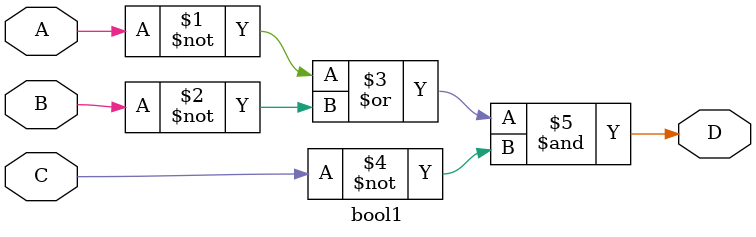
<source format=v>
`timescale 1ns / 1ps

module bool1(output D, input A, B, C);
    assign D = (~A|~B)&~C;
endmodule
</source>
